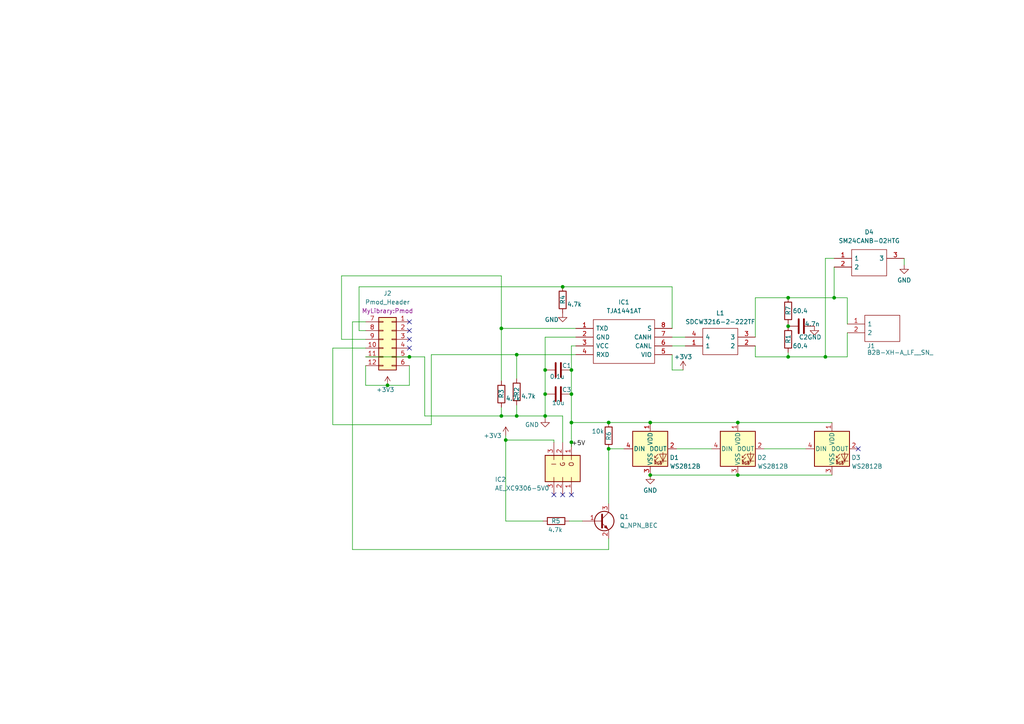
<source format=kicad_sch>
(kicad_sch (version 20231120) (generator "eeschema") (generator_version "8.0")
  (paper "A4")
  (lib_symbols
    (symbol "Device:C" (pin_numbers hide) (pin_names (offset 0.254))
      (property "Reference" "C" (at 0.635 2.54 0))
      (property "Value" "C" (at 0.635 -2.54 0))
      (symbol "C_0_1"
        (polyline (pts (xy -2.032 -0.762) (xy 2.032 -0.762)) (stroke (width 0.508)))
        (polyline (pts (xy -2.032 0.762) (xy 2.032 0.762)) (stroke (width 0.508)))
      )
      (symbol "C_1_1"
        (pin passive line (at 0 3.81 270) (length 2.794) (name "~") (number "1"))
        (pin passive line (at 0 -3.81 90) (length 2.794) (name "~") (number "2"))
      )
    )
    (symbol "Device:Q_NPN_BEC" (pin_names (offset 0) hide)
      (property "Reference" "Q" (at 5.08 1.27 0))
      (property "Value" "Q_NPN_BEC" (at 5.08 -1.27 0))
      (symbol "Q_NPN_BEC_0_1"
        (polyline (pts (xy 0.635 0.635) (xy 2.54 2.54)))
        (polyline (pts (xy 0.635 -0.635) (xy 2.54 -2.54) (xy 2.54 -2.54)))
        (polyline (pts (xy 0.635 1.905) (xy 0.635 -1.905) (xy 0.635 -1.905)) (stroke (width 0.508)))
        (polyline (pts (xy 1.27 -1.778) (xy 1.778 -1.27) (xy 2.286 -2.286) (xy 1.27 -1.778) (xy 1.27 -1.778)) (fill (type outline)))
        (circle (center 1.27 0) (radius 2.8194) (stroke (width 0.254)))
      )
      (symbol "Q_NPN_BEC_1_1"
        (pin input line (at -5.08 0 0) (length 5.715) (name "B") (number "1"))
        (pin passive line (at 2.54 -5.08 90) (length 2.54) (name "E") (number "2"))
        (pin passive line (at 2.54 5.08 270) (length 2.54) (name "C") (number "3"))
      )
    )
    (symbol "Device:R" (pin_numbers hide) (pin_names (offset 0))
      (property "Reference" "R" (at 2.032 0 90))
      (property "Value" "R" (at 0 0 90))
      (symbol "R_0_1"
        (rectangle (start -1.016 -2.54) (end 1.016 2.54) (stroke (width 0.254)))
      )
      (symbol "R_1_1"
        (pin passive line (at 0 3.81 270) (length 1.27) (name "~") (number "1"))
        (pin passive line (at 0 -3.81 90) (length 1.27) (name "~") (number "2"))
      )
    )
    (symbol "LED:WS2812B" (pin_names (offset 0.254))
      (property "Reference" "D" (at 5.08 5.715 0))
      (property "Value" "WS2812B" (at 1.27 -5.715 0))
      (symbol "WS2812B_0_0"
        (text "RGB" (at 2.286 -4.191 0) (effects (font (size 0.762 0.762))))
      )
      (symbol "WS2812B_0_1"
        (polyline (pts (xy 1.27 -3.556) (xy 1.778 -3.556)))
        (polyline (pts (xy 1.27 -2.54) (xy 1.778 -2.54)))
        (polyline (pts (xy 4.699 -3.556) (xy 2.667 -3.556)))
        (polyline (pts (xy 2.286 -2.54) (xy 1.27 -3.556) (xy 1.27 -3.048)))
        (polyline (pts (xy 2.286 -1.524) (xy 1.27 -2.54) (xy 1.27 -2.032)))
        (polyline (pts (xy 3.683 -1.016) (xy 3.683 -3.556) (xy 3.683 -4.064)))
        (polyline (pts (xy 4.699 -1.524) (xy 2.667 -1.524) (xy 3.683 -3.556) (xy 4.699 -1.524)))
        (rectangle (start 5.08 5.08) (end -5.08 -5.08) (stroke (width 0.254)) (fill (type background)))
      )
      (symbol "WS2812B_1_1"
        (pin power_in line (at 0 7.62 270) (length 2.54) (name "VDD") (number "1"))
        (pin output line (at 7.62 0 180) (length 2.54) (name "DOUT") (number "2"))
        (pin power_in line (at 0 -7.62 90) (length 2.54) (name "VSS") (number "3"))
        (pin input line (at -7.62 0 0) (length 2.54) (name "DIN") (number "4"))
      )
    )
    (symbol "MyLibrary:Pmod_Header" (pin_names (offset 1.016) hide)
      (property "Reference" "J" (at 1.27 7.62 0))
      (property "Value" "Pmod_Header" (at 1.27 -10.16 0))
      (property "Footprint" "MyLibrary:Pmod" (at 0 0 0))
      (symbol "Pmod_Header_1_1"
        (rectangle (start -1.27 -7.493) (end 0 -7.747) (stroke (width 0.1524)))
        (rectangle (start -1.27 -4.953) (end 0 -5.207) (stroke (width 0.1524)))
        (rectangle (start -1.27 -2.413) (end 0 -2.667) (stroke (width 0.1524)))
        (rectangle (start -1.27 0.127) (end 0 -0.127) (stroke (width 0.1524)))
        (rectangle (start -1.27 2.667) (end 0 2.413) (stroke (width 0.1524)))
        (rectangle (start -1.27 5.207) (end 0 4.953) (stroke (width 0.1524)))
        (rectangle (start -1.27 6.35) (end 3.81 -8.89) (stroke (width 0.254)) (fill (type background)))
        (rectangle (start 3.81 -7.493) (end 2.54 -7.747) (stroke (width 0.1524)))
        (rectangle (start 3.81 -4.953) (end 2.54 -5.207) (stroke (width 0.1524)))
        (rectangle (start 3.81 -2.413) (end 2.54 -2.667) (stroke (width 0.1524)))
        (rectangle (start 3.81 0.127) (end 2.54 -0.127) (stroke (width 0.1524)))
        (rectangle (start 3.81 2.667) (end 2.54 2.413) (stroke (width 0.1524)))
        (rectangle (start 3.81 5.207) (end 2.54 4.953) (stroke (width 0.1524)))
        (pin passive line (at 7.62 5.08 180) (length 3.81) (name "Pin_1") (number "1"))
        (pin passive line (at -5.08 -2.54 0) (length 3.81) (name "Pin_10") (number "10"))
        (pin passive line (at -5.08 -5.08 0) (length 3.81) (name "Pin_11") (number "11"))
        (pin power_in line (at -5.08 -7.62 0) (length 3.81) (name "Pin_12") (number "12"))
        (pin passive line (at 7.62 2.54 180) (length 3.81) (name "Pin_2") (number "2"))
        (pin passive line (at 7.62 0 180) (length 3.81) (name "Pin_3") (number "3"))
        (pin passive line (at 7.62 -2.54 180) (length 3.81) (name "Pin_4") (number "4"))
        (pin passive line (at 7.62 -5.08 180) (length 3.81) (name "Pin_5") (number "5"))
        (pin power_in line (at 7.62 -7.62 180) (length 3.81) (name "Pin_6") (number "6"))
        (pin passive line (at -5.08 5.08 0) (length 3.81) (name "Pin_7") (number "7"))
        (pin passive line (at -5.08 2.54 0) (length 3.81) (name "Pin_8") (number "8"))
        (pin passive line (at -5.08 0 0) (length 3.81) (name "Pin_9") (number "9"))
      )
    )
    (symbol "New_Library:AE-XC9306-5V0" (pin_names (offset 0) hide)
      (property "Reference" "5V" (at 0 8.89 0))
      (property "Value" "AE_XC9306-5V0" (at 0 -3.81 0))
      (symbol "AE-XC9306-5V0_0_1"
        (rectangle (start -3.81 7.62) (end 3.81 -2.54) (stroke (width 0.254)) (fill (type background)))
      )
      (symbol "AE-XC9306-5V0_1_1"
        (text "G" (at -1.27 2.54 0) (effects (font (size 1.27 1.27))))
        (text "I" (at -1.27 0 0) (effects (font (size 1.27 1.27))))
        (text "O" (at -1.27 5.08 0) (effects (font (size 1.27 1.27))))
        (pin power_out line (at 7.62 5.08 180) (length 5.08) (name "O") (number "1"))
        (pin power_out line (at -7.62 5.08 0) (length 5.08) (name "~") (number "1"))
        (pin passive line (at -7.62 2.54 0) (length 5.08) (name "G") (number "2"))
        (pin passive line (at 7.62 2.54 180) (length 5.08) (name "G") (number "2"))
        (pin power_in line (at 7.62 0 180) (length 5.08) (name "I") (number "3"))
        (pin power_in line (at -7.62 0 0) (length 5.08) (name "~") (number "3"))
      )
    )
    (symbol "power:+3V3" (power) (pin_names (offset 0))
      (property "Value" "+3V3" (at 0 3.556 0))
      (symbol "+3V3_0_1"
        (polyline (pts (xy -0.762 1.27) (xy 0 2.54)))
        (polyline (pts (xy 0 0) (xy 0 2.54)))
        (polyline (pts (xy 0 2.54) (xy 0.762 1.27)))
      )
      (symbol "+3V3_1_1"
        (pin power_in line (at 0 0 90) (length 0) hide (name "+3V3") (number "1"))
      )
    )
    (symbol "power:GND" (power) (pin_names (offset 0))
      (property "Value" "GND" (at 0 -3.81 0))
      (symbol "GND_0_1"
        (polyline (pts (xy 0 0) (xy 0 -1.27) (xy 1.27 -1.27) (xy 0 -2.54) (xy -1.27 -1.27) (xy 0 -1.27)))
      )
      (symbol "GND_1_1"
        (pin power_in line (at 0 0 270) (length 0) hide (name "GND") (number "1"))
      )
    )
    (symbol "samacsys:B2B-XH-A_LF__SN_" (pin_names (offset 0.762))
      (property "Reference" "J" (at 16.51 7.62 0))
      (property "Value" "B2B-XH-A_LF__SN_" (at 16.51 5.08 0))
      (symbol "B2B-XH-A_LF__SN__0_0"
        (pin passive line (at 0 0 0) (length 5.08) (name "1") (number "1"))
        (pin passive line (at 0 -2.54 0) (length 5.08) (name "2") (number "2"))
      )
      (symbol "B2B-XH-A_LF__SN__0_1"
        (polyline (pts (xy 5.08 2.54) (xy 15.24 2.54) (xy 15.24 -5.08) (xy 5.08 -5.08) (xy 5.08 2.54)) (stroke (width 0.1524)))
      )
    )
    (symbol "samacsys:SDCW3216-2-222TF" (pin_names (offset 0.762))
      (property "Reference" "L" (at 16.51 7.62 0))
      (property "Value" "SDCW3216-2-222TF" (at 16.51 5.08 0))
      (symbol "SDCW3216-2-222TF_0_0"
        (pin passive line (at 0 -2.54 0) (length 5.08) (name "1") (number "1"))
        (pin passive line (at 20.32 -2.54 180) (length 5.08) (name "2") (number "2"))
        (pin passive line (at 20.32 0 180) (length 5.08) (name "3") (number "3"))
        (pin passive line (at 0 0 0) (length 5.08) (name "4") (number "4"))
      )
      (symbol "SDCW3216-2-222TF_0_1"
        (polyline (pts (xy 5.08 2.54) (xy 15.24 2.54) (xy 15.24 -5.08) (xy 5.08 -5.08) (xy 5.08 2.54)) (stroke (width 0.1524)))
      )
    )
    (symbol "samacsys:SM24CANB-02HTG" (pin_names (offset 0.762))
      (property "Reference" "D" (at 16.51 7.62 0))
      (property "Value" "SM24CANB-02HTG" (at 16.51 5.08 0))
      (symbol "SM24CANB-02HTG_0_0"
        (pin passive line (at 0 0 0) (length 5.08) (name "1") (number "1"))
        (pin passive line (at 0 -2.54 0) (length 5.08) (name "2") (number "2"))
        (pin passive line (at 20.32 0 180) (length 5.08) (name "3") (number "3"))
      )
      (symbol "SM24CANB-02HTG_0_1"
        (polyline (pts (xy 5.08 2.54) (xy 15.24 2.54) (xy 15.24 -5.08) (xy 5.08 -5.08) (xy 5.08 2.54)) (stroke (width 0.1524)))
      )
    )
    (symbol "samacsys:TJA1441BT_0Z" (pin_names (offset 0.762))
      (property "Reference" "IC1" (at 13.97 7.62 0))
      (property "Value" "TJA1441AT" (at 13.97 5.08 0))
      (symbol "TJA1441BT_0Z_0_0"
        (pin passive line (at 0 0 0) (length 5.08) (name "TXD") (number "1"))
        (pin passive line (at 0 -2.54 0) (length 5.08) (name "GND") (number "2"))
        (pin passive line (at 0 -5.08 0) (length 5.08) (name "VCC") (number "3"))
        (pin passive line (at 0 -7.62 0) (length 5.08) (name "RXD") (number "4"))
        (pin passive line (at 27.94 -5.08 180) (length 5.08) (name "CANL") (number "6"))
        (pin passive line (at 27.94 -2.54 180) (length 5.08) (name "CANH") (number "7"))
        (pin passive line (at 27.94 0 180) (length 5.08) (name "S") (number "8"))
      )
      (symbol "TJA1441BT_0Z_0_1"
        (polyline (pts (xy 5.08 2.54) (xy 22.86 2.54) (xy 22.86 -10.16) (xy 5.08 -10.16) (xy 5.08 2.54)) (stroke (width 0.1524)))
      )
      (symbol "TJA1441BT_0Z_1_0"
        (pin input line (at 27.94 -7.62 180) (length 5.08) (name "VIO") (number "5"))
      )
    )
  )
  (junction (at 112.395 111.76))
  (junction (at 165.735 114.3))
  (junction (at 165.735 128.27))
  (junction (at 228.6 86.36))
  (junction (at 149.86 102.87))
  (junction (at 165.735 107.315))
  (junction (at 228.6 94.615))
  (junction (at 158.115 120.65))
  (junction (at 188.595 122.555))
  (junction (at 146.685 127.635))
  (junction (at 213.995 137.795))
  (junction (at 149.86 120.65))
  (junction (at 213.995 122.555))
  (junction (at 239.395 103.505))
  (junction (at 165.735 122.555))
  (junction (at 228.6 103.505))
  (junction (at 163.195 83.185))
  (junction (at 145.415 95.25))
  (junction (at 176.53 130.175))
  (junction (at 176.53 122.555))
  (junction (at 188.595 137.795))
  (junction (at 118.745 103.505))
  (junction (at 145.415 120.65))
  (junction (at 158.115 114.3))
  (junction (at 158.115 107.315))
  (junction (at 241.935 86.36))
  (no_connect (at 165.735 143.51))
  (no_connect (at 160.655 143.51))
  (no_connect (at 118.745 93.345))
  (no_connect (at 248.92 130.175))
  (no_connect (at 118.745 98.425))
  (no_connect (at 118.745 100.965))
  (no_connect (at 118.745 95.885))
  (no_connect (at 163.195 143.51))
  (wire (pts (xy 165.735 107.315) (xy 165.735 114.3)))
  (wire (pts (xy 102.235 93.345) (xy 102.235 159.385)))
  (wire (pts (xy 102.235 93.345) (xy 106.045 93.345)))
  (wire (pts (xy 163.195 128.27) (xy 163.195 120.65)))
  (wire (pts (xy 149.86 120.65) (xy 149.86 117.475)))
  (wire (pts (xy 145.415 80.01) (xy 99.06 80.01)))
  (wire (pts (xy 145.415 95.25) (xy 145.415 110.49)))
  (wire (pts (xy 228.6 103.505) (xy 239.395 103.505)))
  (wire (pts (xy 104.14 83.185) (xy 104.14 95.885)))
  (wire (pts (xy 104.14 95.885) (xy 106.045 95.885)))
  (wire (pts (xy 245.745 86.36) (xy 245.745 93.98)))
  (wire (pts (xy 163.195 83.185) (xy 194.945 83.185)))
  (wire (pts (xy 102.235 159.385) (xy 176.53 159.385)))
  (wire (pts (xy 106.045 103.505) (xy 118.745 103.505)))
  (wire (pts (xy 221.615 130.175) (xy 233.68 130.175)))
  (wire (pts (xy 145.415 95.25) (xy 145.415 80.01)))
  (wire (pts (xy 219.075 86.36) (xy 228.6 86.36)))
  (wire (pts (xy 96.52 100.965) (xy 106.045 100.965)))
  (wire (pts (xy 165.735 122.555) (xy 165.735 128.27)))
  (wire (pts (xy 165.735 100.33) (xy 165.735 107.315)))
  (wire (pts (xy 176.53 122.555) (xy 188.595 122.555)))
  (wire (pts (xy 239.395 74.93) (xy 239.395 103.505)))
  (wire (pts (xy 219.075 100.33) (xy 219.075 103.505)))
  (wire (pts (xy 149.86 102.87) (xy 149.86 109.855)))
  (wire (pts (xy 158.115 120.65) (xy 158.115 121.285)))
  (wire (pts (xy 106.045 111.76) (xy 112.395 111.76)))
  (wire (pts (xy 104.14 83.185) (xy 163.195 83.185)))
  (wire (pts (xy 176.53 130.175) (xy 176.53 146.05)))
  (wire (pts (xy 239.395 103.505) (xy 245.745 103.505)))
  (wire (pts (xy 149.86 120.65) (xy 158.115 120.65)))
  (wire (pts (xy 149.86 102.87) (xy 167.005 102.87)))
  (wire (pts (xy 241.935 86.36) (xy 245.745 86.36)))
  (wire (pts (xy 125.095 102.87) (xy 149.86 102.87)))
  (wire (pts (xy 213.995 122.555) (xy 241.3 122.555)))
  (wire (pts (xy 165.735 122.555) (xy 176.53 122.555)))
  (wire (pts (xy 228.6 93.98) (xy 228.6 94.615)))
  (wire (pts (xy 123.19 103.505) (xy 118.745 103.505)))
  (wire (pts (xy 146.685 151.13) (xy 146.685 127.635)))
  (wire (pts (xy 194.945 95.25) (xy 194.945 83.185)))
  (wire (pts (xy 112.395 111.76) (xy 118.745 111.76)))
  (wire (pts (xy 194.945 97.79) (xy 198.755 97.79)))
  (wire (pts (xy 118.745 111.76) (xy 118.745 106.045)))
  (wire (pts (xy 158.115 97.79) (xy 158.115 107.315)))
  (wire (pts (xy 194.945 102.87) (xy 194.945 107.315)))
  (wire (pts (xy 219.075 97.79) (xy 219.075 86.36)))
  (wire (pts (xy 188.595 122.555) (xy 213.995 122.555)))
  (wire (pts (xy 145.415 120.65) (xy 145.415 118.11)))
  (wire (pts (xy 123.19 120.65) (xy 145.415 120.65)))
  (wire (pts (xy 241.935 74.93) (xy 239.395 74.93)))
  (wire (pts (xy 146.685 127.635) (xy 146.685 126.365)))
  (wire (pts (xy 160.655 127.635) (xy 146.685 127.635)))
  (wire (pts (xy 262.255 74.93) (xy 262.255 76.835)))
  (wire (pts (xy 158.115 97.79) (xy 167.005 97.79)))
  (wire (pts (xy 196.215 130.175) (xy 206.375 130.175)))
  (wire (pts (xy 176.53 130.175) (xy 180.975 130.175)))
  (wire (pts (xy 228.6 103.505) (xy 228.6 102.235)))
  (wire (pts (xy 167.005 100.33) (xy 165.735 100.33)))
  (wire (pts (xy 96.52 123.19) (xy 96.52 100.965)))
  (wire (pts (xy 157.48 151.13) (xy 146.685 151.13)))
  (wire (pts (xy 228.6 86.36) (xy 241.935 86.36)))
  (wire (pts (xy 163.195 120.65) (xy 158.115 120.65)))
  (wire (pts (xy 158.115 107.315) (xy 158.115 114.3)))
  (wire (pts (xy 158.115 114.3) (xy 158.115 120.65)))
  (wire (pts (xy 145.415 95.25) (xy 167.005 95.25)))
  (wire (pts (xy 241.935 77.47) (xy 241.935 86.36)))
  (wire (pts (xy 160.655 127.635) (xy 160.655 128.27)))
  (wire (pts (xy 165.735 129.54) (xy 165.735 128.27)))
  (wire (pts (xy 125.095 123.19) (xy 96.52 123.19)))
  (wire (pts (xy 145.415 120.65) (xy 149.86 120.65)))
  (wire (pts (xy 165.1 151.13) (xy 168.91 151.13)))
  (wire (pts (xy 125.095 102.87) (xy 125.095 123.19)))
  (wire (pts (xy 165.735 114.3) (xy 165.735 122.555)))
  (wire (pts (xy 194.945 100.33) (xy 198.755 100.33)))
  (wire (pts (xy 219.075 103.505) (xy 228.6 103.505)))
  (wire (pts (xy 99.06 80.01) (xy 99.06 98.425)))
  (wire (pts (xy 194.945 107.315) (xy 198.12 107.315)))
  (wire (pts (xy 188.595 137.795) (xy 213.995 137.795)))
  (wire (pts (xy 123.19 120.65) (xy 123.19 103.505)))
  (wire (pts (xy 176.53 159.385) (xy 176.53 156.21)))
  (wire (pts (xy 213.995 137.795) (xy 241.3 137.795)))
  (wire (pts (xy 106.045 106.045) (xy 106.045 111.76)))
  (wire (pts (xy 245.745 103.505) (xy 245.745 96.52)))
  (wire (pts (xy 99.06 98.425) (xy 106.045 98.425)))
  (label "+5V" (at 165.735 129.54 0))
  (symbol (lib_id "Device:C") (at 232.41 94.615 90) (unit 1)
    (property "Reference" "C2" (at 233.045 97.79 90))
    (property "Value" "4.7n" (at 235.585 93.98 90))
    (property "Footprint" "Capacitor_SMD:C_0603_1608Metric_Pad1.08x0.95mm_HandSolder" (effects (hide yes)))
  )
  (symbol (lib_id "samacsys:SDCW3216-2-222TF") (at 198.755 97.79 0) (unit 1)
    (property "Reference" "L1" (at 208.915 90.805 0))
    (property "Value" "SDCW3216-2-222TF" (at 208.915 93.345 0))
    (property "Footprint" "samacsys:SDCW32162222TF" (effects (hide yes)))
    (property "Datasheet" "http://www.sunlordinc.com/Download.aspx?file=L1VwbG9hZEZpbGVzL1BERl9DYXQvMjAxODA1MTAxMzUzMzA5NTYucGRm&lan=en" (effects (hide yes)))
    (property "Description" "Wire Wound Chip Common Mode Choke Coil  SDCW Series" (effects (hide yes)))
    (property "Height" "2" (effects (hide yes)))
    (property "Manufacturer_Name" "SUNLORD" (effects (hide yes)))
    (property "Manufacturer_Part_Number" "SDCW3216-2-222TF" (effects (hide yes)))
  )
  (symbol (lib_id "Device:R") (at 161.29 151.13 90) (unit 1)
    (property "Reference" "R5" (at 162.56 151.13 90) (effects (justify left)))
    (property "Value" "4.7k" (at 163.195 153.67 90) (effects (justify left)))
    (property "Footprint" "Resistor_SMD:R_0603_1608Metric_Pad0.98x0.95mm_HandSolder" (effects (hide yes)))
  )
  (symbol (lib_id "power:+3V3") (at 198.12 107.315 0) (unit 1)
    (property "Reference" "#PWR03" (effects (hide yes)))
    (property "Value" "+3V3" (at 198.12 103.505 0))
  )
  (symbol (lib_id "Device:R") (at 228.6 90.17 0) (unit 1)
    (property "Reference" "R7" (at 228.6 91.44 90) (effects (justify left)))
    (property "Value" "60.4" (at 229.87 90.17 0) (effects (justify left)))
    (property "Footprint" "Resistor_SMD:R_0603_1608Metric_Pad0.98x0.95mm_HandSolder" (effects (hide yes)))
  )
  (symbol (lib_id "LED:WS2812B") (at 213.995 130.175 0) (unit 1)
    (property "Reference" "D2" (at 220.98 132.715 0))
    (property "Value" "WS2812B" (at 224.155 135.255 0))
    (property "Footprint" "LED_SMD:LED_WS2812B_PLCC4_5.0x5.0mm_P3.2mm" (effects (hide yes)))
    (property "Datasheet" "https://cdn-shop.adafruit.com/datasheets/WS2812B.pdf" (effects (hide yes)))
  )
  (symbol (lib_id "samacsys:B2B-XH-A_LF__SN_") (at 245.745 93.98 0) (unit 1)
    (property "Reference" "J1" (at 251.46 100.33 0) (effects (justify left)))
    (property "Value" "B2B-XH-A_LF__SN_" (at 251.46 102.235 0) (effects (justify left)))
    (property "Footprint" "SamacSys_Parts:SHDR2W64P0X250_1X2_740X575X700P" (effects (hide yes)))
    (property "Datasheet" "http://uk.rs-online.com/web/p/products/8201554P" (effects (hide yes)))
    (property "Description" "Connector Header Through Hole 2 position 0.098\" (2.50mm)" (effects (hide yes)))
    (property "Height" "7" (effects (hide yes)))
    (property "RS Part Number" "8201554P" (effects (hide yes)))
    (property "RS Price/Stock" "http://uk.rs-online.com/web/p/products/8201554P" (effects (hide yes)))
    (property "Manufacturer_Name" "JST (JAPAN SOLDERLESS TERMINALS)" (effects (hide yes)))
    (property "Manufacturer_Part_Number" "B2B-XH-A(LF)(SN)" (effects (hide yes)))
  )
  (symbol (lib_id "power:+3V3") (at 146.685 126.365 0) (unit 1)
    (property "Reference" "#PWR07" (effects (hide yes)))
    (property "Value" "+3V3" (at 142.875 126.365 0))
  )
  (symbol (lib_id "power:+3V3") (at 112.395 111.76 0) (unit 1)
    (property "Reference" "#PWR08" (effects (hide yes)))
    (property "Value" "+3V3" (at 111.76 113.03 0))
  )
  (symbol (lib_id "LED:WS2812B") (at 188.595 130.175 0) (unit 1)
    (property "Reference" "D1" (at 195.58 132.715 0))
    (property "Value" "WS2812B" (at 198.755 135.255 0))
    (property "Footprint" "LED_SMD:LED_WS2812B_PLCC4_5.0x5.0mm_P3.2mm" (effects (hide yes)))
    (property "Datasheet" "https://cdn-shop.adafruit.com/datasheets/WS2812B.pdf" (effects (hide yes)))
  )
  (symbol (lib_id "power:GND") (at 163.195 90.805 0) (unit 1)
    (property "Reference" "#PWR04" (effects (hide yes)))
    (property "Value" "GND" (at 160.02 92.71 0))
  )
  (symbol (lib_id "Device:R") (at 145.415 114.3 0) (unit 1)
    (property "Reference" "R3" (at 145.415 115.57 90) (effects (justify left)))
    (property "Value" "4.7k" (at 146.685 115.57 0) (effects (justify left)))
    (property "Footprint" "Resistor_SMD:R_0603_1608Metric_Pad0.98x0.95mm_HandSolder" (effects (hide yes)))
  )
  (symbol (lib_id "Device:C") (at 161.925 114.3 90) (unit 1)
    (property "Reference" "C3" (at 165.735 113.03 90) (effects (justify left)))
    (property "Value" "10u" (at 163.83 116.84 90) (effects (justify left)))
    (property "Footprint" "Capacitor_SMD:C_0603_1608Metric_Pad1.08x0.95mm_HandSolder" (effects (hide yes)))
  )
  (symbol (lib_id "power:GND") (at 158.115 121.285 0) (unit 1)
    (property "Reference" "#PWR01" (effects (hide yes)))
    (property "Value" "GND" (at 154.305 123.19 0))
  )
  (symbol (lib_id "Device:R") (at 176.53 126.365 180) (unit 1)
    (property "Reference" "R6" (at 176.53 125.095 90) (effects (justify left)))
    (property "Value" "10k" (at 175.26 125.095 0) (effects (justify left)))
    (property "Footprint" "Resistor_SMD:R_0603_1608Metric_Pad0.98x0.95mm_HandSolder" (effects (hide yes)))
  )
  (symbol (lib_id "Device:Q_NPN_BEC") (at 173.99 151.13 0) (unit 1)
    (property "Reference" "Q1" (at 179.705 149.86 0) (effects (justify left)))
    (property "Value" "Q_NPN_BEC" (at 179.705 152.4 0) (effects (justify left)))
    (property "Footprint" "Package_TO_SOT_SMD:SC-59_Handsoldering" (effects (hide yes)))
  )
  (symbol (lib_id "MyLibrary:Pmod_Header") (at 111.125 98.425 0) (unit 1)
    (property "Reference" "J2" (at 112.395 85.09 0))
    (property "Value" "Pmod_Header" (at 112.395 87.63 0))
    (property "Footprint" "MyLibrary:Pmod" (at 112.395 90.17 0))
  )
  (symbol (lib_id "Device:R") (at 149.86 113.665 0) (unit 1)
    (property "Reference" "R2" (at 149.86 114.935 90) (effects (justify left)))
    (property "Value" "4.7k" (at 151.13 114.935 0) (effects (justify left)))
    (property "Footprint" "Resistor_SMD:R_0603_1608Metric_Pad0.98x0.95mm_HandSolder" (effects (hide yes)))
  )
  (symbol (lib_id "samacsys:TJA1441BT_0Z") (at 167.005 95.25 0) (unit 1)
    (property "Reference" "IC1" (at 180.975 87.63 0))
    (property "Value" "TJA1441AT" (at 180.975 90.17 0))
    (property "Footprint" "SamacSys_Parts:SOIC127P600X175-8N" (effects (hide yes)))
    (property "Datasheet" "https://componentsearchengine.com/Datasheets/2/TJA1441BT_0Z.pdf" (effects (hide yes)))
    (property "Description" "NXP - TJA1441BT/0Z - CAN Bus, CAN, 4.5 V, 5.5 V, SOIC" (effects (hide yes)))
    (property "Height" "1.75" (effects (hide yes)))
    (property "Manufacturer_Name" "NXP" (effects (hide yes)))
    (property "Manufacturer_Part_Number" "TJA1441AT" (effects (hide yes)))
  )
  (symbol (lib_id "power:GND") (at 188.595 137.795 0) (unit 1)
    (property "Reference" "#PWR05" (effects (hide yes)))
    (property "Value" "GND" (at 188.595 142.24 0))
  )
  (symbol (lib_id "power:GND") (at 262.255 76.835 0) (unit 1)
    (property "Reference" "#PWR09" (effects (hide yes)))
    (property "Value" "GND" (at 262.255 81.28 0))
  )
  (symbol (lib_id "LED:WS2812B") (at 241.3 130.175 0) (unit 1)
    (property "Reference" "D3" (at 248.285 132.715 0))
    (property "Value" "WS2812B" (at 251.46 135.255 0))
    (property "Footprint" "LED_SMD:LED_WS2812B_PLCC4_5.0x5.0mm_P3.2mm" (effects (hide yes)))
    (property "Datasheet" "https://cdn-shop.adafruit.com/datasheets/WS2812B.pdf" (effects (hide yes)))
  )
  (symbol (lib_id "power:GND") (at 236.22 94.615 0) (unit 1)
    (property "Reference" "#PWR06" (effects (hide yes)))
    (property "Value" "GND" (at 236.22 97.79 0))
  )
  (symbol (lib_id "samacsys:SM24CANB-02HTG") (at 241.935 74.93 0) (unit 1)
    (property "Reference" "D4" (at 252.095 67.31 0))
    (property "Value" "SM24CANB-02HTG" (at 252.095 69.85 0))
    (property "Footprint" "samacsys:SM24CANB02HTG" (effects (hide yes)))
    (property "Datasheet" "http://uk.rs-online.com/web/p/products/1719628P" (effects (hide yes)))
    (property "Description" "Littelfuse SM24CANB-02HTG, Dual Bi-Directional TVS Diode Array, 500W, 3-Pin SOT-23" (effects (hide yes)))
    (property "Height" "1.12" (effects (hide yes)))
    (property "RS Part Number" "1719628P" (effects (hide yes)))
    (property "RS Price/Stock" "http://uk.rs-online.com/web/p/products/1719628P" (effects (hide yes)))
    (property "Manufacturer_Name" "LITTELFUSE" (effects (hide yes)))
    (property "Manufacturer_Part_Number" "SM24CANB-02HTG" (effects (hide yes)))
    (property "Allied_Number" "72244717" (effects (hide yes)))
  )
  (symbol (lib_id "Device:R") (at 163.195 86.995 0) (unit 1)
    (property "Reference" "R4" (at 163.195 88.265 90) (effects (justify left)))
    (property "Value" "4.7k" (at 164.465 88.265 0) (effects (justify left)))
    (property "Footprint" "Resistor_SMD:R_0603_1608Metric_Pad0.98x0.95mm_HandSolder" (effects (hide yes)))
  )
  (symbol (lib_id "Device:C") (at 161.925 107.315 90) (unit 1)
    (property "Reference" "C1" (at 165.735 106.045 90) (effects (justify left)))
    (property "Value" "0.1u" (at 163.83 109.22 90) (effects (justify left)))
    (property "Footprint" "Capacitor_SMD:C_0603_1608Metric_Pad1.08x0.95mm_HandSolder" (effects (hide yes)))
  )
  (symbol (lib_id "New_Library:AE-XC9306-5V0") (at 160.655 135.89 270) (unit 1)
    (property "Reference" "IC2" (at 143.51 139.065 90) (effects (justify left)))
    (property "Value" "AE_XC9306-5V0" (at 143.51 141.605 90) (effects (justify left)))
    (property "Footprint" "Library:AE-XC9306-5V0" (effects (hide yes)))
  )
  (symbol (lib_id "Device:R") (at 228.6 98.425 0) (unit 1)
    (property "Reference" "R1" (at 228.6 99.695 90) (effects (justify left)))
    (property "Value" "60.4" (at 229.87 100.33 0) (effects (justify left)))
    (property "Footprint" "Resistor_SMD:R_0603_1608Metric_Pad0.98x0.95mm_HandSolder" (effects (hide yes)))
  )
)
</source>
